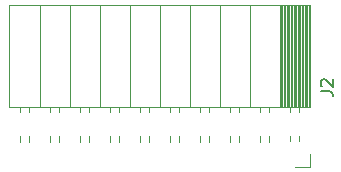
<source format=gbr>
G04 #@! TF.GenerationSoftware,KiCad,Pcbnew,5.99.0-unknown-270aaec~100~ubuntu19.10.1*
G04 #@! TF.CreationDate,2020-01-16T19:11:27+01:00*
G04 #@! TF.ProjectId,tc2050-arm2010,74633230-3530-42d6-9172-6d323031302e,rev?*
G04 #@! TF.SameCoordinates,Original*
G04 #@! TF.FileFunction,Legend,Top*
G04 #@! TF.FilePolarity,Positive*
%FSLAX46Y46*%
G04 Gerber Fmt 4.6, Leading zero omitted, Abs format (unit mm)*
G04 Created by KiCad (PCBNEW 5.99.0-unknown-270aaec~100~ubuntu19.10.1) date 2020-01-16 19:11:27*
%MOMM*%
%LPD*%
G04 APERTURE LIST*
%ADD10C,0.120000*%
%ADD11C,0.150000*%
G04 APERTURE END LIST*
D10*
X186630000Y-66110000D02*
X186630000Y-74740000D01*
X186511905Y-66110000D02*
X186511905Y-74740000D01*
X186393810Y-66110000D02*
X186393810Y-74740000D01*
X186275715Y-66110000D02*
X186275715Y-74740000D01*
X186157620Y-66110000D02*
X186157620Y-74740000D01*
X186039525Y-66110000D02*
X186039525Y-74740000D01*
X185921430Y-66110000D02*
X185921430Y-74740000D01*
X185803335Y-66110000D02*
X185803335Y-74740000D01*
X185685240Y-66110000D02*
X185685240Y-74740000D01*
X185567145Y-66110000D02*
X185567145Y-74740000D01*
X185449050Y-66110000D02*
X185449050Y-74740000D01*
X185330955Y-66110000D02*
X185330955Y-74740000D01*
X185212860Y-66110000D02*
X185212860Y-74740000D01*
X185094765Y-66110000D02*
X185094765Y-74740000D01*
X184976670Y-66110000D02*
X184976670Y-74740000D01*
X184858575Y-66110000D02*
X184858575Y-74740000D01*
X184740480Y-66110000D02*
X184740480Y-74740000D01*
X184622385Y-66110000D02*
X184622385Y-74740000D01*
X184504290Y-66110000D02*
X184504290Y-74740000D01*
X184386195Y-66110000D02*
X184386195Y-74740000D01*
X184268100Y-66110000D02*
X184268100Y-74740000D01*
X185780000Y-74740000D02*
X185780000Y-75150000D01*
X185780000Y-77250000D02*
X185780000Y-77630000D01*
X185060000Y-74740000D02*
X185060000Y-75150000D01*
X185060000Y-77250000D02*
X185060000Y-77630000D01*
X183240000Y-74740000D02*
X183240000Y-75150000D01*
X183240000Y-77250000D02*
X183240000Y-77690000D01*
X182520000Y-74740000D02*
X182520000Y-75150000D01*
X182520000Y-77250000D02*
X182520000Y-77690000D01*
X180700000Y-74740000D02*
X180700000Y-75150000D01*
X180700000Y-77250000D02*
X180700000Y-77690000D01*
X179980000Y-74740000D02*
X179980000Y-75150000D01*
X179980000Y-77250000D02*
X179980000Y-77690000D01*
X178160000Y-74740000D02*
X178160000Y-75150000D01*
X178160000Y-77250000D02*
X178160000Y-77690000D01*
X177440000Y-74740000D02*
X177440000Y-75150000D01*
X177440000Y-77250000D02*
X177440000Y-77690000D01*
X175620000Y-74740000D02*
X175620000Y-75150000D01*
X175620000Y-77250000D02*
X175620000Y-77690000D01*
X174900000Y-74740000D02*
X174900000Y-75150000D01*
X174900000Y-77250000D02*
X174900000Y-77690000D01*
X173080000Y-74740000D02*
X173080000Y-75150000D01*
X173080000Y-77250000D02*
X173080000Y-77690000D01*
X172360000Y-74740000D02*
X172360000Y-75150000D01*
X172360000Y-77250000D02*
X172360000Y-77690000D01*
X170540000Y-74740000D02*
X170540000Y-75150000D01*
X170540000Y-77250000D02*
X170540000Y-77690000D01*
X169820000Y-74740000D02*
X169820000Y-75150000D01*
X169820000Y-77250000D02*
X169820000Y-77690000D01*
X168000000Y-74740000D02*
X168000000Y-75150000D01*
X168000000Y-77250000D02*
X168000000Y-77690000D01*
X167280000Y-74740000D02*
X167280000Y-75150000D01*
X167280000Y-77250000D02*
X167280000Y-77690000D01*
X165460000Y-74740000D02*
X165460000Y-75150000D01*
X165460000Y-77250000D02*
X165460000Y-77690000D01*
X164740000Y-74740000D02*
X164740000Y-75150000D01*
X164740000Y-77250000D02*
X164740000Y-77690000D01*
X162920000Y-74740000D02*
X162920000Y-75150000D01*
X162920000Y-77250000D02*
X162920000Y-77690000D01*
X162200000Y-74740000D02*
X162200000Y-75150000D01*
X162200000Y-77250000D02*
X162200000Y-77690000D01*
X184150000Y-66110000D02*
X184150000Y-74740000D01*
X181610000Y-66110000D02*
X181610000Y-74740000D01*
X179070000Y-66110000D02*
X179070000Y-74740000D01*
X176530000Y-66110000D02*
X176530000Y-74740000D01*
X173990000Y-66110000D02*
X173990000Y-74740000D01*
X171450000Y-66110000D02*
X171450000Y-74740000D01*
X168910000Y-66110000D02*
X168910000Y-74740000D01*
X166370000Y-66110000D02*
X166370000Y-74740000D01*
X163830000Y-66110000D02*
X163830000Y-74740000D01*
X186750000Y-66110000D02*
X186750000Y-74740000D01*
X186750000Y-74740000D02*
X161230000Y-74740000D01*
X161230000Y-66110000D02*
X161230000Y-74740000D01*
X186750000Y-66110000D02*
X161230000Y-66110000D01*
X186750000Y-79850000D02*
X185420000Y-79850000D01*
X186750000Y-78740000D02*
X186750000Y-79850000D01*
D11*
X187642380Y-73423333D02*
X188356666Y-73423333D01*
X188499523Y-73470952D01*
X188594761Y-73566190D01*
X188642380Y-73709047D01*
X188642380Y-73804285D01*
X187737619Y-72994761D02*
X187690000Y-72947142D01*
X187642380Y-72851904D01*
X187642380Y-72613809D01*
X187690000Y-72518571D01*
X187737619Y-72470952D01*
X187832857Y-72423333D01*
X187928095Y-72423333D01*
X188070952Y-72470952D01*
X188642380Y-73042380D01*
X188642380Y-72423333D01*
M02*

</source>
